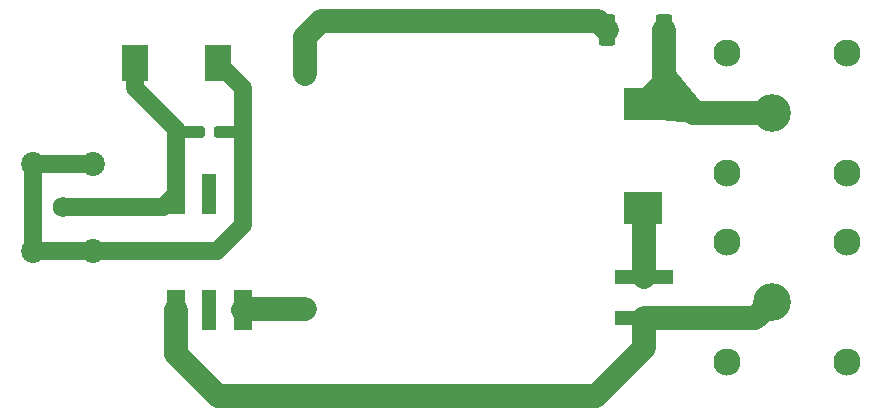
<source format=gtl>
G04 #@! TF.GenerationSoftware,KiCad,Pcbnew,(6.0.9-0)*
G04 #@! TF.CreationDate,2023-06-22T13:59:50-04:00*
G04 #@! TF.ProjectId,plucker_v03,706c7563-6b65-4725-9f76-30332e6b6963,rev?*
G04 #@! TF.SameCoordinates,Original*
G04 #@! TF.FileFunction,Copper,L1,Top*
G04 #@! TF.FilePolarity,Positive*
%FSLAX46Y46*%
G04 Gerber Fmt 4.6, Leading zero omitted, Abs format (unit mm)*
G04 Created by KiCad (PCBNEW (6.0.9-0)) date 2023-06-22 13:59:50*
%MOMM*%
%LPD*%
G01*
G04 APERTURE LIST*
G04 Aperture macros list*
%AMRoundRect*
0 Rectangle with rounded corners*
0 $1 Rounding radius*
0 $2 $3 $4 $5 $6 $7 $8 $9 X,Y pos of 4 corners*
0 Add a 4 corners polygon primitive as box body*
4,1,4,$2,$3,$4,$5,$6,$7,$8,$9,$2,$3,0*
0 Add four circle primitives for the rounded corners*
1,1,$1+$1,$2,$3*
1,1,$1+$1,$4,$5*
1,1,$1+$1,$6,$7*
1,1,$1+$1,$8,$9*
0 Add four rect primitives between the rounded corners*
20,1,$1+$1,$2,$3,$4,$5,0*
20,1,$1+$1,$4,$5,$6,$7,0*
20,1,$1+$1,$6,$7,$8,$9,0*
20,1,$1+$1,$8,$9,$2,$3,0*%
G04 Aperture macros list end*
G04 #@! TA.AperFunction,SMDPad,CuDef*
%ADD10RoundRect,0.237500X0.287500X0.237500X-0.287500X0.237500X-0.287500X-0.237500X0.287500X-0.237500X0*%
G04 #@! TD*
G04 #@! TA.AperFunction,ComponentPad*
%ADD11C,1.524000*%
G04 #@! TD*
G04 #@! TA.AperFunction,SMDPad,CuDef*
%ADD12R,1.620000X3.375000*%
G04 #@! TD*
G04 #@! TA.AperFunction,SMDPad,CuDef*
%ADD13R,1.200000X3.375000*%
G04 #@! TD*
G04 #@! TA.AperFunction,ComponentPad*
%ADD14C,3.200000*%
G04 #@! TD*
G04 #@! TA.AperFunction,ComponentPad*
%ADD15C,2.300000*%
G04 #@! TD*
G04 #@! TA.AperFunction,SMDPad,CuDef*
%ADD16R,2.200000X3.150000*%
G04 #@! TD*
G04 #@! TA.AperFunction,SMDPad,CuDef*
%ADD17R,3.200000X2.750000*%
G04 #@! TD*
G04 #@! TA.AperFunction,SMDPad,CuDef*
%ADD18RoundRect,0.249999X0.450001X1.075001X-0.450001X1.075001X-0.450001X-1.075001X0.450001X-1.075001X0*%
G04 #@! TD*
G04 #@! TA.AperFunction,SMDPad,CuDef*
%ADD19R,5.000000X1.300000*%
G04 #@! TD*
G04 #@! TA.AperFunction,ComponentPad*
%ADD20C,1.755000*%
G04 #@! TD*
G04 #@! TA.AperFunction,ComponentPad*
%ADD21C,2.025000*%
G04 #@! TD*
G04 #@! TA.AperFunction,Conductor*
%ADD22C,1.500000*%
G04 #@! TD*
G04 #@! TA.AperFunction,Conductor*
%ADD23C,1.000000*%
G04 #@! TD*
G04 #@! TA.AperFunction,Conductor*
%ADD24C,2.000000*%
G04 #@! TD*
G04 APERTURE END LIST*
D10*
X124065000Y-98552000D03*
X122315000Y-98552000D03*
D11*
X131296000Y-113538000D03*
X131296000Y-93652000D03*
D12*
X120350000Y-113622000D03*
D13*
X123190000Y-113622000D03*
D12*
X126030000Y-113622000D03*
X126030000Y-103802000D03*
D13*
X123190000Y-103802000D03*
D12*
X120350000Y-103802000D03*
D14*
X170796000Y-96902000D03*
D15*
X177156000Y-91822000D03*
X166996000Y-91822000D03*
X177156000Y-101982000D03*
X166996000Y-101982000D03*
D16*
X116896000Y-92710000D03*
X123896000Y-92710000D03*
D17*
X159893000Y-104984000D03*
X159893000Y-96184000D03*
D18*
X161658000Y-89916000D03*
X156858000Y-89916000D03*
D19*
X160020000Y-110772000D03*
X160020000Y-114272000D03*
D14*
X170796000Y-112902000D03*
D15*
X166996000Y-117982000D03*
X177156000Y-107822000D03*
X177156000Y-117982000D03*
X166996000Y-107822000D03*
D20*
X110796000Y-104902000D03*
D21*
X108256000Y-108602000D03*
X113336000Y-108602000D03*
X113336000Y-101202000D03*
X108256000Y-101202000D03*
D22*
X126030000Y-94844000D02*
X126030000Y-97998000D01*
D23*
X125476000Y-98552000D02*
X126030000Y-97998000D01*
D22*
X108256000Y-108602000D02*
X108256000Y-101202000D01*
X113336000Y-108602000D02*
X123808000Y-108602000D01*
X108256000Y-101202000D02*
X113336000Y-101202000D01*
X126030000Y-106380000D02*
X126030000Y-103802000D01*
X123896000Y-92710000D02*
X126030000Y-94844000D01*
X126030000Y-103802000D02*
X126030000Y-97998000D01*
X123808000Y-108602000D02*
X126030000Y-106380000D01*
X113336000Y-108602000D02*
X108256000Y-108602000D01*
D23*
X124065000Y-98552000D02*
X125476000Y-98552000D01*
D22*
X110796000Y-104902000D02*
X119250000Y-104902000D01*
X119250000Y-104902000D02*
X120350000Y-103802000D01*
X120350000Y-103802000D02*
X120350000Y-98252000D01*
X116896000Y-92710000D02*
X116896000Y-94798000D01*
X116896000Y-94798000D02*
X120350000Y-98252000D01*
D23*
X122315000Y-98552000D02*
X120650000Y-98552000D01*
X120650000Y-98552000D02*
X120350000Y-98252000D01*
D24*
X160020000Y-104857000D02*
X160147000Y-104730000D01*
X160020000Y-110772000D02*
X160020000Y-104857000D01*
X131296000Y-93652000D02*
X131296000Y-90700000D01*
X131318000Y-90678000D02*
X131318000Y-90498431D01*
X131296000Y-90700000D02*
X131318000Y-90678000D01*
X132662431Y-89154000D02*
X156096000Y-89154000D01*
X131318000Y-90498431D02*
X132662431Y-89154000D01*
X156096000Y-89154000D02*
X156858000Y-89916000D01*
X123944500Y-120904000D02*
X155956000Y-120904000D01*
X120350000Y-117309500D02*
X123944500Y-120904000D01*
X120350000Y-113622000D02*
X120350000Y-117309500D01*
X160020000Y-114272000D02*
X160020000Y-116840000D01*
X160020000Y-114272000D02*
X169426000Y-114272000D01*
X169426000Y-114272000D02*
X170796000Y-112902000D01*
X155956000Y-120904000D02*
X160020000Y-116840000D01*
X161658000Y-89916000D02*
X161658000Y-94419000D01*
X164141000Y-96902000D02*
X170796000Y-96902000D01*
X161658000Y-94419000D02*
X160147000Y-95930000D01*
X126114000Y-113538000D02*
X126030000Y-113622000D01*
X131296000Y-113538000D02*
X126114000Y-113538000D01*
G04 #@! TA.AperFunction,Conductor*
G36*
X162341565Y-93032601D02*
G01*
X162394327Y-93069993D01*
X164796566Y-95952679D01*
X164824810Y-96017816D01*
X164815582Y-96082976D01*
X164120221Y-97705484D01*
X164075002Y-97760217D01*
X164007371Y-97781815D01*
X163992463Y-97781282D01*
X158969849Y-97302938D01*
X158903932Y-97276568D01*
X158862735Y-97218746D01*
X158859339Y-97147831D01*
X158879894Y-97103396D01*
X160776189Y-94495990D01*
X160788995Y-94481005D01*
X162208438Y-93061562D01*
X162270750Y-93027536D01*
X162341565Y-93032601D01*
G37*
G04 #@! TD.AperFunction*
M02*

</source>
